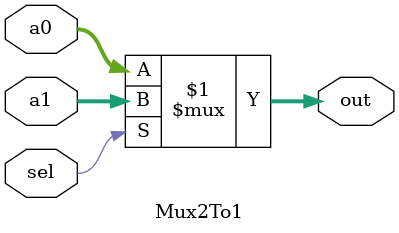
<source format=v>
module Mux2To1 #(parameter N = 32)(
    input [N-1:0] a0, a1,
    input sel,
    output [N-1:0] out
);
    assign out = sel ? a1 : a0;
endmodule

</source>
